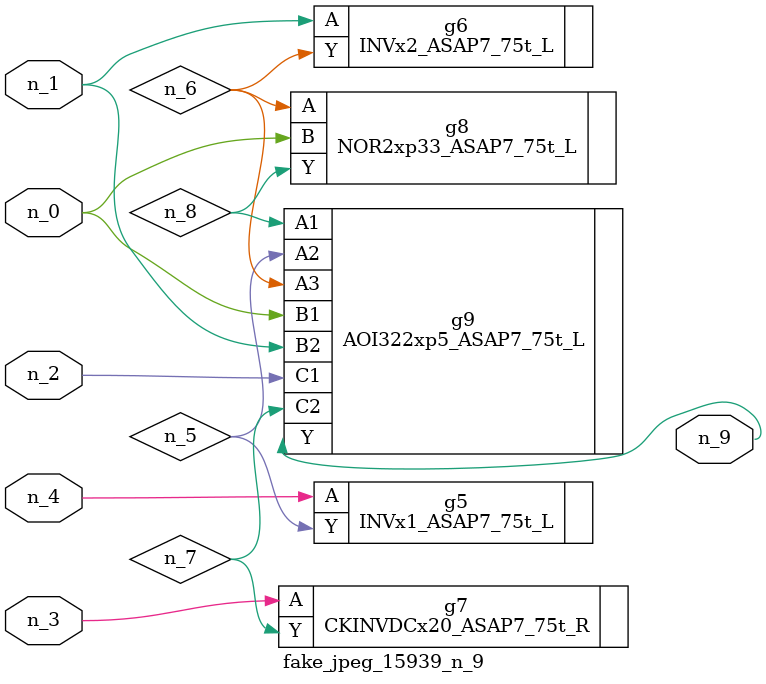
<source format=v>
module fake_jpeg_15939_n_9 (n_3, n_2, n_1, n_0, n_4, n_9);

input n_3;
input n_2;
input n_1;
input n_0;
input n_4;

output n_9;

wire n_8;
wire n_6;
wire n_5;
wire n_7;

INVx1_ASAP7_75t_L g5 ( 
.A(n_4),
.Y(n_5)
);

INVx2_ASAP7_75t_L g6 ( 
.A(n_1),
.Y(n_6)
);

CKINVDCx20_ASAP7_75t_R g7 ( 
.A(n_3),
.Y(n_7)
);

NOR2xp33_ASAP7_75t_L g8 ( 
.A(n_6),
.B(n_0),
.Y(n_8)
);

AOI322xp5_ASAP7_75t_L g9 ( 
.A1(n_8),
.A2(n_5),
.A3(n_6),
.B1(n_0),
.B2(n_1),
.C1(n_2),
.C2(n_7),
.Y(n_9)
);


endmodule
</source>
